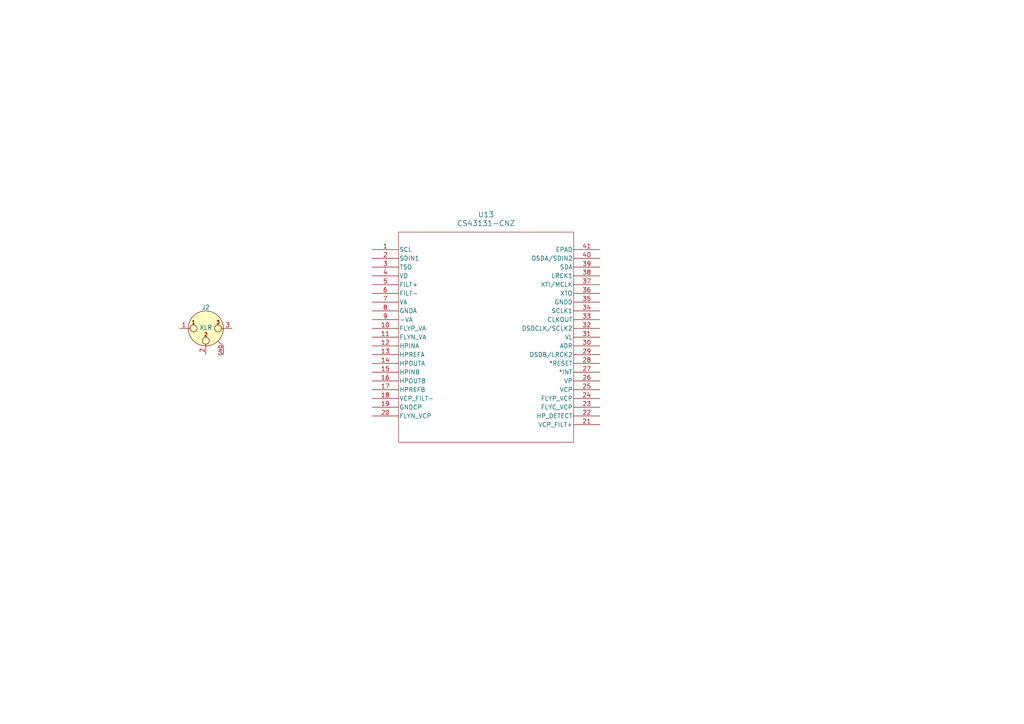
<source format=kicad_sch>
(kicad_sch (version 20231120) (generator "eeschema") (generator_version "8.0")
  (paper "A4")
  (lib_symbols
    (symbol "CS43131:CS43131-CNZ" (pin_names (offset 0.254))
      (property "Reference" "U" (at 33.02 10.16 0))
      (property "Value" "CS43131-CNZ" (at 33.02 7.62 0))
      (symbol "CS43131-CNZ_0_1"
        (polyline (pts (xy 7.62 -55.88) (xy 58.42 -55.88)) (stroke (width 0.127)))
        (polyline (pts (xy 7.62 5.08) (xy 7.62 -55.88)) (stroke (width 0.127)))
        (polyline (pts (xy 58.42 -55.88) (xy 58.42 5.08)) (stroke (width 0.127)))
        (polyline (pts (xy 58.42 5.08) (xy 7.62 5.08)) (stroke (width 0.127)))
        (pin input line (at 0 0 0) (length 7.62) (name "SCL") (number "1"))
        (pin output line (at 0 -22.86 0) (length 7.62) (name "FLYP_VA") (number "10"))
        (pin output line (at 0 -25.4 0) (length 7.62) (name "FLYN_VA") (number "11"))
        (pin input line (at 0 -27.94 0) (length 7.62) (name "HPINA") (number "12"))
        (pin input line (at 0 -30.48 0) (length 7.62) (name "HPREFA") (number "13"))
        (pin output line (at 0 -33.02 0) (length 7.62) (name "HPOUTA") (number "14"))
        (pin input line (at 0 -35.56 0) (length 7.62) (name "HPINB") (number "15"))
        (pin output line (at 0 -38.1 0) (length 7.62) (name "HPOUTB") (number "16"))
        (pin input line (at 0 -40.64 0) (length 7.62) (name "HPREFB") (number "17"))
        (pin bidirectional line (at 0 -43.18 0) (length 7.62) (name "VCP_FILT-") (number "18"))
        (pin input line (at 0 -45.72 0) (length 7.62) (name "GNDCP") (number "19"))
        (pin input line (at 0 -2.54 0) (length 7.62) (name "SDIN1") (number "2"))
        (pin output line (at 0 -48.26 0) (length 7.62) (name "FLYN_VCP") (number "20"))
        (pin bidirectional line (at 66.04 -50.8 180) (length 7.62) (name "VCP_FILT+") (number "21"))
        (pin input line (at 66.04 -48.26 180) (length 7.62) (name "HP_DETECT") (number "22"))
        (pin output line (at 66.04 -45.72 180) (length 7.62) (name "FLYC_VCP") (number "23"))
        (pin output line (at 66.04 -43.18 180) (length 7.62) (name "FLYP_VCP") (number "24"))
        (pin input line (at 66.04 -40.64 180) (length 7.62) (name "VCP") (number "25"))
        (pin input line (at 66.04 -38.1 180) (length 7.62) (name "VP") (number "26"))
        (pin output line (at 66.04 -35.56 180) (length 7.62) (name "*INT") (number "27"))
        (pin input line (at 66.04 -33.02 180) (length 7.62) (name "*RESET") (number "28"))
        (pin bidirectional line (at 66.04 -30.48 180) (length 7.62) (name "DSDB/LRCK2") (number "29"))
        (pin bidirectional line (at 0 -5.08 0) (length 7.62) (name "TSO") (number "3"))
        (pin input line (at 66.04 -27.94 180) (length 7.62) (name "ADR") (number "30"))
        (pin input line (at 66.04 -25.4 180) (length 7.62) (name "VL") (number "31"))
        (pin bidirectional line (at 66.04 -22.86 180) (length 7.62) (name "DSDCLK/SCLK2") (number "32"))
        (pin output line (at 66.04 -20.32 180) (length 7.62) (name "CLKOUT") (number "33"))
        (pin bidirectional line (at 66.04 -17.78 180) (length 7.62) (name "SCLK1") (number "34"))
        (pin input line (at 66.04 -15.24 180) (length 7.62) (name "GNDD") (number "35"))
        (pin output line (at 66.04 -12.7 180) (length 7.62) (name "XTO") (number "36"))
        (pin input line (at 66.04 -10.16 180) (length 7.62) (name "XTI/MCLK") (number "37"))
        (pin bidirectional line (at 66.04 -7.62 180) (length 7.62) (name "LRCK1") (number "38"))
        (pin bidirectional line (at 66.04 -5.08 180) (length 7.62) (name "SDA") (number "39"))
        (pin input line (at 0 -7.62 0) (length 7.62) (name "VD") (number "4"))
        (pin input line (at 66.04 -2.54 180) (length 7.62) (name "DSDA/SDIN2") (number "40"))
        (pin power_out line (at 66.04 0 180) (length 7.62) (name "EPAD") (number "41"))
        (pin output line (at 0 -10.16 0) (length 7.62) (name "FILT+") (number "5"))
        (pin output line (at 0 -12.7 0) (length 7.62) (name "FILT-") (number "6"))
        (pin input line (at 0 -15.24 0) (length 7.62) (name "VA") (number "7"))
        (pin input line (at 0 -17.78 0) (length 7.62) (name "GNDA") (number "8"))
        (pin output line (at 0 -20.32 0) (length 7.62) (name "-VA") (number "9"))
      )
    )
    (symbol "IO-TXLR3-M-PH:XLR3" (pin_names hide)
      (property "Reference" "J" (at 0 8.89 0))
      (property "Value" "XLR" (at 0 6.35 0))
      (symbol "XLR3_0_1"
        (circle (center -3.556 0) (radius 1.016))
        (circle (center 0 -3.556) (radius 1.016))
        (polyline (pts (xy -5.08 0) (xy -4.572 0)))
        (polyline (pts (xy 0 -5.08) (xy 0 -4.572)))
        (polyline (pts (xy 5.08 0) (xy 4.572 0)))
        (circle (center 0 0) (radius 5.08) (fill (type background)))
        (circle (center 3.556 0) (radius 1.016))
        (text "1" (at -3.556 1.778 0) (effects (font (size 1.016 1.016) (bold yes))))
        (pin passive line (at -7.62 0 0) (length 2.54) (name "~") (number "1"))
      )
      (symbol "XLR3_1_1"
        (polyline (pts (xy 5.08 -5.08) (xy 3.556 -3.81)))
        (text "2" (at 0 -1.778 0) (effects (font (size 1.016 1.016) (bold yes))))
        (text "3" (at 3.556 1.778 0) (effects (font (size 1.016 1.016) (bold yes))))
        (pin passive line (at 0 -7.62 90) (length 2.54) (name "~") (number "2"))
        (pin passive line (at 7.62 0 180) (length 2.54) (name "~") (number "3"))
        (pin passive line (at 5.08 -7.62 90) (length 2.54) (name "~") (number "GND"))
      )
    )
  )
  (symbol (lib_id "IO-TXLR3-M-PH:XLR3") (at 59.69 95.25 0) (unit 1)
    (property "Reference" "J2" (at 59.69 89.154 0))
    (property "Value" "XLR" (at 59.69 94.996 0))
    (property "Footprint" "Conn:IO-TXLR3-M-PH" (effects (hide yes)))
    (property "Description" "IO-TXLR3-M-PH" (effects (hide yes)))
  )
  (symbol (lib_id "CS43131:CS43131-CNZ") (at 107.95 72.39 0) (unit 1)
    (property "Reference" "U13" (at 140.97 62.23 0) (effects (font (size 1.524 1.524))))
    (property "Value" "CS43131-CNZ" (at 140.97 64.77 0) (effects (font (size 1.524 1.524))))
    (property "Footprint" "smd:QFN_CS43131_CIR" (effects (hide yes)))
    (property "Datasheet" "CS43131-CNZ" (effects (hide yes)))
  )
)
</source>
